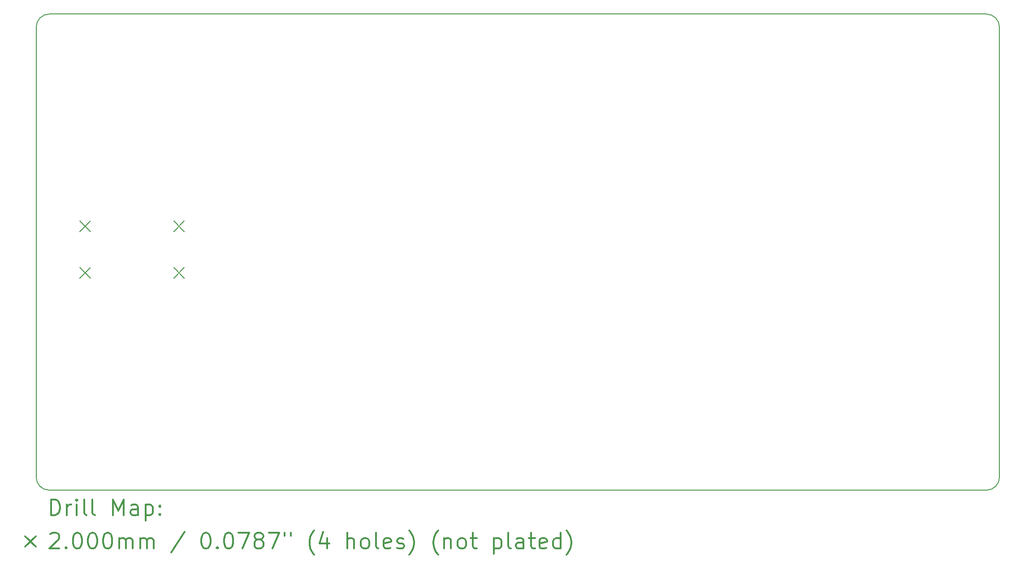
<source format=gbr>
%FSLAX45Y45*%
G04 Gerber Fmt 4.5, Leading zero omitted, Abs format (unit mm)*
G04 Created by KiCad (PCBNEW (5.1.10)-1) date 2021-05-07 16:49:23*
%MOMM*%
%LPD*%
G01*
G04 APERTURE LIST*
%TA.AperFunction,Profile*%
%ADD10C,0.150000*%
%TD*%
%ADD11C,0.200000*%
%ADD12C,0.300000*%
G04 APERTURE END LIST*
D10*
X6250000Y-15000000D02*
G75*
G02*
X6000000Y-14750000I0J250000D01*
G01*
X24200000Y-14750000D02*
G75*
G02*
X23950000Y-15000000I-250000J0D01*
G01*
X23950000Y-6000000D02*
G75*
G02*
X24200000Y-6250000I0J-250000D01*
G01*
X6000000Y-6250000D02*
G75*
G02*
X6250000Y-6000000I250000J0D01*
G01*
X6250000Y-15000000D02*
X23950000Y-15000000D01*
X6000000Y-6250000D02*
X6000000Y-14750000D01*
X23950000Y-6000000D02*
X6250000Y-6000000D01*
X24200000Y-14750000D02*
X24200000Y-6250000D01*
D11*
X6825000Y-9910000D02*
X7025000Y-10110000D01*
X7025000Y-9910000D02*
X6825000Y-10110000D01*
X6825000Y-10790000D02*
X7025000Y-10990000D01*
X7025000Y-10790000D02*
X6825000Y-10990000D01*
X8600000Y-9910000D02*
X8800000Y-10110000D01*
X8800000Y-9910000D02*
X8600000Y-10110000D01*
X8600000Y-10790000D02*
X8800000Y-10990000D01*
X8800000Y-10790000D02*
X8600000Y-10990000D01*
D12*
X6278928Y-15473214D02*
X6278928Y-15173214D01*
X6350357Y-15173214D01*
X6393214Y-15187500D01*
X6421786Y-15216071D01*
X6436071Y-15244643D01*
X6450357Y-15301786D01*
X6450357Y-15344643D01*
X6436071Y-15401786D01*
X6421786Y-15430357D01*
X6393214Y-15458929D01*
X6350357Y-15473214D01*
X6278928Y-15473214D01*
X6578928Y-15473214D02*
X6578928Y-15273214D01*
X6578928Y-15330357D02*
X6593214Y-15301786D01*
X6607500Y-15287500D01*
X6636071Y-15273214D01*
X6664643Y-15273214D01*
X6764643Y-15473214D02*
X6764643Y-15273214D01*
X6764643Y-15173214D02*
X6750357Y-15187500D01*
X6764643Y-15201786D01*
X6778928Y-15187500D01*
X6764643Y-15173214D01*
X6764643Y-15201786D01*
X6950357Y-15473214D02*
X6921786Y-15458929D01*
X6907500Y-15430357D01*
X6907500Y-15173214D01*
X7107500Y-15473214D02*
X7078928Y-15458929D01*
X7064643Y-15430357D01*
X7064643Y-15173214D01*
X7450357Y-15473214D02*
X7450357Y-15173214D01*
X7550357Y-15387500D01*
X7650357Y-15173214D01*
X7650357Y-15473214D01*
X7921786Y-15473214D02*
X7921786Y-15316071D01*
X7907500Y-15287500D01*
X7878928Y-15273214D01*
X7821786Y-15273214D01*
X7793214Y-15287500D01*
X7921786Y-15458929D02*
X7893214Y-15473214D01*
X7821786Y-15473214D01*
X7793214Y-15458929D01*
X7778928Y-15430357D01*
X7778928Y-15401786D01*
X7793214Y-15373214D01*
X7821786Y-15358929D01*
X7893214Y-15358929D01*
X7921786Y-15344643D01*
X8064643Y-15273214D02*
X8064643Y-15573214D01*
X8064643Y-15287500D02*
X8093214Y-15273214D01*
X8150357Y-15273214D01*
X8178928Y-15287500D01*
X8193214Y-15301786D01*
X8207500Y-15330357D01*
X8207500Y-15416071D01*
X8193214Y-15444643D01*
X8178928Y-15458929D01*
X8150357Y-15473214D01*
X8093214Y-15473214D01*
X8064643Y-15458929D01*
X8336071Y-15444643D02*
X8350357Y-15458929D01*
X8336071Y-15473214D01*
X8321786Y-15458929D01*
X8336071Y-15444643D01*
X8336071Y-15473214D01*
X8336071Y-15287500D02*
X8350357Y-15301786D01*
X8336071Y-15316071D01*
X8321786Y-15301786D01*
X8336071Y-15287500D01*
X8336071Y-15316071D01*
X5792500Y-15867500D02*
X5992500Y-16067500D01*
X5992500Y-15867500D02*
X5792500Y-16067500D01*
X6264643Y-15831786D02*
X6278928Y-15817500D01*
X6307500Y-15803214D01*
X6378928Y-15803214D01*
X6407500Y-15817500D01*
X6421786Y-15831786D01*
X6436071Y-15860357D01*
X6436071Y-15888929D01*
X6421786Y-15931786D01*
X6250357Y-16103214D01*
X6436071Y-16103214D01*
X6564643Y-16074643D02*
X6578928Y-16088929D01*
X6564643Y-16103214D01*
X6550357Y-16088929D01*
X6564643Y-16074643D01*
X6564643Y-16103214D01*
X6764643Y-15803214D02*
X6793214Y-15803214D01*
X6821786Y-15817500D01*
X6836071Y-15831786D01*
X6850357Y-15860357D01*
X6864643Y-15917500D01*
X6864643Y-15988929D01*
X6850357Y-16046071D01*
X6836071Y-16074643D01*
X6821786Y-16088929D01*
X6793214Y-16103214D01*
X6764643Y-16103214D01*
X6736071Y-16088929D01*
X6721786Y-16074643D01*
X6707500Y-16046071D01*
X6693214Y-15988929D01*
X6693214Y-15917500D01*
X6707500Y-15860357D01*
X6721786Y-15831786D01*
X6736071Y-15817500D01*
X6764643Y-15803214D01*
X7050357Y-15803214D02*
X7078928Y-15803214D01*
X7107500Y-15817500D01*
X7121786Y-15831786D01*
X7136071Y-15860357D01*
X7150357Y-15917500D01*
X7150357Y-15988929D01*
X7136071Y-16046071D01*
X7121786Y-16074643D01*
X7107500Y-16088929D01*
X7078928Y-16103214D01*
X7050357Y-16103214D01*
X7021786Y-16088929D01*
X7007500Y-16074643D01*
X6993214Y-16046071D01*
X6978928Y-15988929D01*
X6978928Y-15917500D01*
X6993214Y-15860357D01*
X7007500Y-15831786D01*
X7021786Y-15817500D01*
X7050357Y-15803214D01*
X7336071Y-15803214D02*
X7364643Y-15803214D01*
X7393214Y-15817500D01*
X7407500Y-15831786D01*
X7421786Y-15860357D01*
X7436071Y-15917500D01*
X7436071Y-15988929D01*
X7421786Y-16046071D01*
X7407500Y-16074643D01*
X7393214Y-16088929D01*
X7364643Y-16103214D01*
X7336071Y-16103214D01*
X7307500Y-16088929D01*
X7293214Y-16074643D01*
X7278928Y-16046071D01*
X7264643Y-15988929D01*
X7264643Y-15917500D01*
X7278928Y-15860357D01*
X7293214Y-15831786D01*
X7307500Y-15817500D01*
X7336071Y-15803214D01*
X7564643Y-16103214D02*
X7564643Y-15903214D01*
X7564643Y-15931786D02*
X7578928Y-15917500D01*
X7607500Y-15903214D01*
X7650357Y-15903214D01*
X7678928Y-15917500D01*
X7693214Y-15946071D01*
X7693214Y-16103214D01*
X7693214Y-15946071D02*
X7707500Y-15917500D01*
X7736071Y-15903214D01*
X7778928Y-15903214D01*
X7807500Y-15917500D01*
X7821786Y-15946071D01*
X7821786Y-16103214D01*
X7964643Y-16103214D02*
X7964643Y-15903214D01*
X7964643Y-15931786D02*
X7978928Y-15917500D01*
X8007500Y-15903214D01*
X8050357Y-15903214D01*
X8078928Y-15917500D01*
X8093214Y-15946071D01*
X8093214Y-16103214D01*
X8093214Y-15946071D02*
X8107500Y-15917500D01*
X8136071Y-15903214D01*
X8178928Y-15903214D01*
X8207500Y-15917500D01*
X8221786Y-15946071D01*
X8221786Y-16103214D01*
X8807500Y-15788929D02*
X8550357Y-16174643D01*
X9193214Y-15803214D02*
X9221786Y-15803214D01*
X9250357Y-15817500D01*
X9264643Y-15831786D01*
X9278928Y-15860357D01*
X9293214Y-15917500D01*
X9293214Y-15988929D01*
X9278928Y-16046071D01*
X9264643Y-16074643D01*
X9250357Y-16088929D01*
X9221786Y-16103214D01*
X9193214Y-16103214D01*
X9164643Y-16088929D01*
X9150357Y-16074643D01*
X9136071Y-16046071D01*
X9121786Y-15988929D01*
X9121786Y-15917500D01*
X9136071Y-15860357D01*
X9150357Y-15831786D01*
X9164643Y-15817500D01*
X9193214Y-15803214D01*
X9421786Y-16074643D02*
X9436071Y-16088929D01*
X9421786Y-16103214D01*
X9407500Y-16088929D01*
X9421786Y-16074643D01*
X9421786Y-16103214D01*
X9621786Y-15803214D02*
X9650357Y-15803214D01*
X9678928Y-15817500D01*
X9693214Y-15831786D01*
X9707500Y-15860357D01*
X9721786Y-15917500D01*
X9721786Y-15988929D01*
X9707500Y-16046071D01*
X9693214Y-16074643D01*
X9678928Y-16088929D01*
X9650357Y-16103214D01*
X9621786Y-16103214D01*
X9593214Y-16088929D01*
X9578928Y-16074643D01*
X9564643Y-16046071D01*
X9550357Y-15988929D01*
X9550357Y-15917500D01*
X9564643Y-15860357D01*
X9578928Y-15831786D01*
X9593214Y-15817500D01*
X9621786Y-15803214D01*
X9821786Y-15803214D02*
X10021786Y-15803214D01*
X9893214Y-16103214D01*
X10178928Y-15931786D02*
X10150357Y-15917500D01*
X10136071Y-15903214D01*
X10121786Y-15874643D01*
X10121786Y-15860357D01*
X10136071Y-15831786D01*
X10150357Y-15817500D01*
X10178928Y-15803214D01*
X10236071Y-15803214D01*
X10264643Y-15817500D01*
X10278928Y-15831786D01*
X10293214Y-15860357D01*
X10293214Y-15874643D01*
X10278928Y-15903214D01*
X10264643Y-15917500D01*
X10236071Y-15931786D01*
X10178928Y-15931786D01*
X10150357Y-15946071D01*
X10136071Y-15960357D01*
X10121786Y-15988929D01*
X10121786Y-16046071D01*
X10136071Y-16074643D01*
X10150357Y-16088929D01*
X10178928Y-16103214D01*
X10236071Y-16103214D01*
X10264643Y-16088929D01*
X10278928Y-16074643D01*
X10293214Y-16046071D01*
X10293214Y-15988929D01*
X10278928Y-15960357D01*
X10264643Y-15946071D01*
X10236071Y-15931786D01*
X10393214Y-15803214D02*
X10593214Y-15803214D01*
X10464643Y-16103214D01*
X10693214Y-15803214D02*
X10693214Y-15860357D01*
X10807500Y-15803214D02*
X10807500Y-15860357D01*
X11250357Y-16217500D02*
X11236071Y-16203214D01*
X11207500Y-16160357D01*
X11193214Y-16131786D01*
X11178928Y-16088929D01*
X11164643Y-16017500D01*
X11164643Y-15960357D01*
X11178928Y-15888929D01*
X11193214Y-15846071D01*
X11207500Y-15817500D01*
X11236071Y-15774643D01*
X11250357Y-15760357D01*
X11493214Y-15903214D02*
X11493214Y-16103214D01*
X11421786Y-15788929D02*
X11350357Y-16003214D01*
X11536071Y-16003214D01*
X11878928Y-16103214D02*
X11878928Y-15803214D01*
X12007500Y-16103214D02*
X12007500Y-15946071D01*
X11993214Y-15917500D01*
X11964643Y-15903214D01*
X11921786Y-15903214D01*
X11893214Y-15917500D01*
X11878928Y-15931786D01*
X12193214Y-16103214D02*
X12164643Y-16088929D01*
X12150357Y-16074643D01*
X12136071Y-16046071D01*
X12136071Y-15960357D01*
X12150357Y-15931786D01*
X12164643Y-15917500D01*
X12193214Y-15903214D01*
X12236071Y-15903214D01*
X12264643Y-15917500D01*
X12278928Y-15931786D01*
X12293214Y-15960357D01*
X12293214Y-16046071D01*
X12278928Y-16074643D01*
X12264643Y-16088929D01*
X12236071Y-16103214D01*
X12193214Y-16103214D01*
X12464643Y-16103214D02*
X12436071Y-16088929D01*
X12421786Y-16060357D01*
X12421786Y-15803214D01*
X12693214Y-16088929D02*
X12664643Y-16103214D01*
X12607500Y-16103214D01*
X12578928Y-16088929D01*
X12564643Y-16060357D01*
X12564643Y-15946071D01*
X12578928Y-15917500D01*
X12607500Y-15903214D01*
X12664643Y-15903214D01*
X12693214Y-15917500D01*
X12707500Y-15946071D01*
X12707500Y-15974643D01*
X12564643Y-16003214D01*
X12821786Y-16088929D02*
X12850357Y-16103214D01*
X12907500Y-16103214D01*
X12936071Y-16088929D01*
X12950357Y-16060357D01*
X12950357Y-16046071D01*
X12936071Y-16017500D01*
X12907500Y-16003214D01*
X12864643Y-16003214D01*
X12836071Y-15988929D01*
X12821786Y-15960357D01*
X12821786Y-15946071D01*
X12836071Y-15917500D01*
X12864643Y-15903214D01*
X12907500Y-15903214D01*
X12936071Y-15917500D01*
X13050357Y-16217500D02*
X13064643Y-16203214D01*
X13093214Y-16160357D01*
X13107500Y-16131786D01*
X13121786Y-16088929D01*
X13136071Y-16017500D01*
X13136071Y-15960357D01*
X13121786Y-15888929D01*
X13107500Y-15846071D01*
X13093214Y-15817500D01*
X13064643Y-15774643D01*
X13050357Y-15760357D01*
X13593214Y-16217500D02*
X13578928Y-16203214D01*
X13550357Y-16160357D01*
X13536071Y-16131786D01*
X13521786Y-16088929D01*
X13507500Y-16017500D01*
X13507500Y-15960357D01*
X13521786Y-15888929D01*
X13536071Y-15846071D01*
X13550357Y-15817500D01*
X13578928Y-15774643D01*
X13593214Y-15760357D01*
X13707500Y-15903214D02*
X13707500Y-16103214D01*
X13707500Y-15931786D02*
X13721786Y-15917500D01*
X13750357Y-15903214D01*
X13793214Y-15903214D01*
X13821786Y-15917500D01*
X13836071Y-15946071D01*
X13836071Y-16103214D01*
X14021786Y-16103214D02*
X13993214Y-16088929D01*
X13978928Y-16074643D01*
X13964643Y-16046071D01*
X13964643Y-15960357D01*
X13978928Y-15931786D01*
X13993214Y-15917500D01*
X14021786Y-15903214D01*
X14064643Y-15903214D01*
X14093214Y-15917500D01*
X14107500Y-15931786D01*
X14121786Y-15960357D01*
X14121786Y-16046071D01*
X14107500Y-16074643D01*
X14093214Y-16088929D01*
X14064643Y-16103214D01*
X14021786Y-16103214D01*
X14207500Y-15903214D02*
X14321786Y-15903214D01*
X14250357Y-15803214D02*
X14250357Y-16060357D01*
X14264643Y-16088929D01*
X14293214Y-16103214D01*
X14321786Y-16103214D01*
X14650357Y-15903214D02*
X14650357Y-16203214D01*
X14650357Y-15917500D02*
X14678928Y-15903214D01*
X14736071Y-15903214D01*
X14764643Y-15917500D01*
X14778928Y-15931786D01*
X14793214Y-15960357D01*
X14793214Y-16046071D01*
X14778928Y-16074643D01*
X14764643Y-16088929D01*
X14736071Y-16103214D01*
X14678928Y-16103214D01*
X14650357Y-16088929D01*
X14964643Y-16103214D02*
X14936071Y-16088929D01*
X14921786Y-16060357D01*
X14921786Y-15803214D01*
X15207500Y-16103214D02*
X15207500Y-15946071D01*
X15193214Y-15917500D01*
X15164643Y-15903214D01*
X15107500Y-15903214D01*
X15078928Y-15917500D01*
X15207500Y-16088929D02*
X15178928Y-16103214D01*
X15107500Y-16103214D01*
X15078928Y-16088929D01*
X15064643Y-16060357D01*
X15064643Y-16031786D01*
X15078928Y-16003214D01*
X15107500Y-15988929D01*
X15178928Y-15988929D01*
X15207500Y-15974643D01*
X15307500Y-15903214D02*
X15421786Y-15903214D01*
X15350357Y-15803214D02*
X15350357Y-16060357D01*
X15364643Y-16088929D01*
X15393214Y-16103214D01*
X15421786Y-16103214D01*
X15636071Y-16088929D02*
X15607500Y-16103214D01*
X15550357Y-16103214D01*
X15521786Y-16088929D01*
X15507500Y-16060357D01*
X15507500Y-15946071D01*
X15521786Y-15917500D01*
X15550357Y-15903214D01*
X15607500Y-15903214D01*
X15636071Y-15917500D01*
X15650357Y-15946071D01*
X15650357Y-15974643D01*
X15507500Y-16003214D01*
X15907500Y-16103214D02*
X15907500Y-15803214D01*
X15907500Y-16088929D02*
X15878928Y-16103214D01*
X15821786Y-16103214D01*
X15793214Y-16088929D01*
X15778928Y-16074643D01*
X15764643Y-16046071D01*
X15764643Y-15960357D01*
X15778928Y-15931786D01*
X15793214Y-15917500D01*
X15821786Y-15903214D01*
X15878928Y-15903214D01*
X15907500Y-15917500D01*
X16021786Y-16217500D02*
X16036071Y-16203214D01*
X16064643Y-16160357D01*
X16078928Y-16131786D01*
X16093214Y-16088929D01*
X16107500Y-16017500D01*
X16107500Y-15960357D01*
X16093214Y-15888929D01*
X16078928Y-15846071D01*
X16064643Y-15817500D01*
X16036071Y-15774643D01*
X16021786Y-15760357D01*
M02*

</source>
